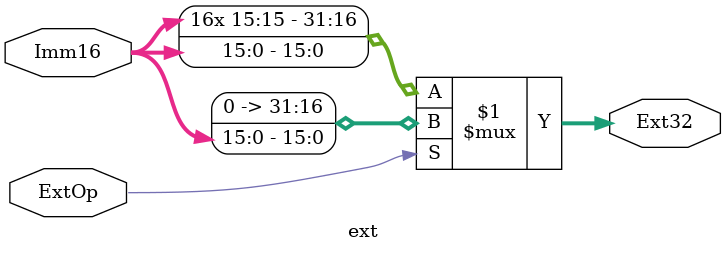
<source format=v>
`timescale 1ns / 1ps

module ext(
    input [15:0] Imm16,
    input ExtOp,
    output [31:0] Ext32
    );

	// EXTOp == 0 : Sign_extend
	// EXTOp == 1 : Zero_extend
	assign Ext32 = ExtOp ? {{16{1'b0}}, Imm16} : {{16{Imm16[15]}}, Imm16};

endmodule

</source>
